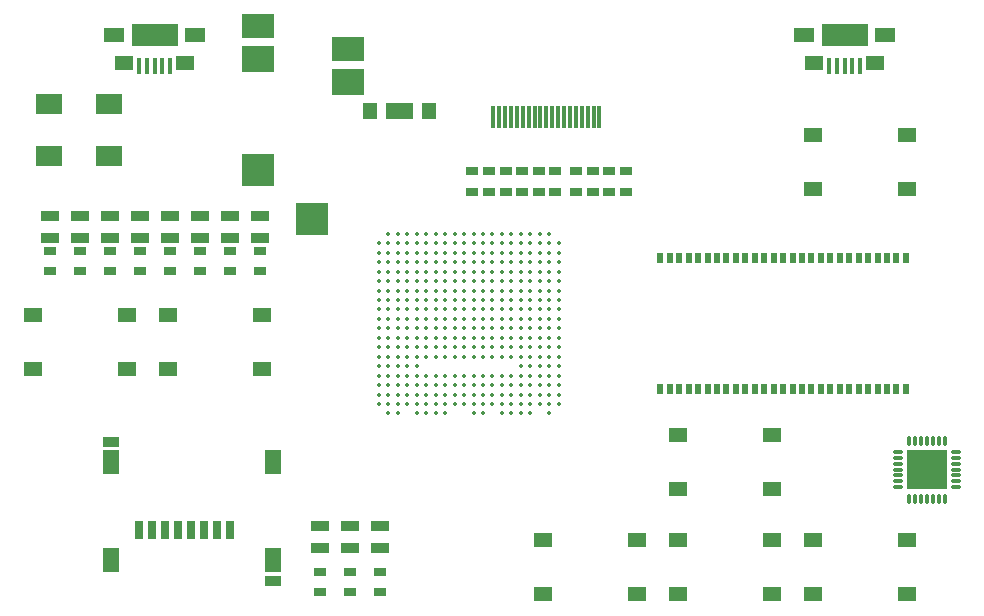
<source format=gtp>
G04 #@! TF.GenerationSoftware,KiCad,Pcbnew,5.0.0-rc2+dfsg1-2*
G04 #@! TF.CreationDate,2018-06-06T20:47:01+02:00*
G04 #@! TF.ProjectId,ulx3s,756C7833732E6B696361645F70636200,rev?*
G04 #@! TF.SameCoordinates,Original*
G04 #@! TF.FileFunction,Paste,Top*
G04 #@! TF.FilePolarity,Positive*
%FSLAX46Y46*%
G04 Gerber Fmt 4.6, Leading zero omitted, Abs format (unit mm)*
G04 Created by KiCad (PCBNEW 5.0.0-rc2+dfsg1-2) date Wed Jun  6 20:47:01 2018*
%MOMM*%
%LPD*%
G01*
G04 APERTURE LIST*
%ADD10R,1.700000X1.300000*%
%ADD11R,0.400000X1.350000*%
%ADD12R,4.000000X1.900000*%
%ADD13R,1.600000X1.200000*%
%ADD14O,0.850000X0.300000*%
%ADD15O,0.300000X0.850000*%
%ADD16R,1.675000X1.675000*%
%ADD17R,1.550000X1.300000*%
%ADD18C,0.350000*%
%ADD19R,2.800000X2.000000*%
%ADD20R,2.800000X2.200000*%
%ADD21R,2.800000X2.800000*%
%ADD22R,0.700000X1.500000*%
%ADD23R,1.450000X0.900000*%
%ADD24R,1.450000X2.000000*%
%ADD25R,2.200000X1.800000*%
%ADD26R,0.560000X0.900000*%
%ADD27R,1.000000X0.670000*%
%ADD28R,1.500000X0.970000*%
%ADD29R,0.300000X1.900000*%
%ADD30R,1.295000X1.400000*%
G04 APERTURE END LIST*
D10*
G04 #@! TO.C,US2*
X166900000Y-63325000D03*
X173700000Y-63325000D03*
D11*
X169000000Y-66000000D03*
X169650000Y-66000000D03*
X170300000Y-66000000D03*
X170950000Y-66000000D03*
X171600000Y-66000000D03*
D12*
X170300000Y-63325000D03*
D13*
X167700000Y-65725000D03*
X172900000Y-65725000D03*
G04 #@! TD*
D10*
G04 #@! TO.C,US1*
X108480000Y-63325000D03*
X115280000Y-63325000D03*
D11*
X110580000Y-66000000D03*
X111230000Y-66000000D03*
X111880000Y-66000000D03*
X112530000Y-66000000D03*
X113180000Y-66000000D03*
D12*
X111880000Y-63325000D03*
D13*
X109280000Y-65725000D03*
X114480000Y-65725000D03*
G04 #@! TD*
D14*
G04 #@! TO.C,U8*
X179735000Y-101655000D03*
X179735000Y-101155000D03*
X179735000Y-100655000D03*
X179735000Y-100155000D03*
X179735000Y-99655000D03*
X179735000Y-99155000D03*
X179735000Y-98655000D03*
D15*
X178785000Y-97705000D03*
X178285000Y-97705000D03*
X177785000Y-97705000D03*
X177285000Y-97705000D03*
X176785000Y-97705000D03*
X176285000Y-97705000D03*
X175785000Y-97705000D03*
D14*
X174835000Y-98655000D03*
X174835000Y-99155000D03*
X174835000Y-99655000D03*
X174835000Y-100155000D03*
X174835000Y-100655000D03*
X174835000Y-101155000D03*
X174835000Y-101655000D03*
D15*
X175785000Y-102605000D03*
X176285000Y-102605000D03*
X176785000Y-102605000D03*
X177285000Y-102605000D03*
X177785000Y-102605000D03*
X178285000Y-102605000D03*
X178785000Y-102605000D03*
D16*
X176447500Y-99317500D03*
X176447500Y-100992500D03*
X178122500Y-99317500D03*
X178122500Y-100992500D03*
G04 #@! TD*
D17*
G04 #@! TO.C,BTN0*
X175550000Y-71870000D03*
X175550000Y-76370000D03*
X167590000Y-76370000D03*
X167590000Y-71870000D03*
G04 #@! TD*
G04 #@! TO.C,BTN1*
X101550000Y-91610000D03*
X101550000Y-87110000D03*
X109510000Y-87110000D03*
X109510000Y-91610000D03*
G04 #@! TD*
G04 #@! TO.C,BTN2*
X112980000Y-91610000D03*
X112980000Y-87110000D03*
X120940000Y-87110000D03*
X120940000Y-91610000D03*
G04 #@! TD*
G04 #@! TO.C,BTN3*
X156160000Y-101770000D03*
X156160000Y-97270000D03*
X164120000Y-97270000D03*
X164120000Y-101770000D03*
G04 #@! TD*
G04 #@! TO.C,BTN4*
X164120000Y-106160000D03*
X164120000Y-110660000D03*
X156160000Y-110660000D03*
X156160000Y-106160000D03*
G04 #@! TD*
G04 #@! TO.C,BTN5*
X152690000Y-106160000D03*
X152690000Y-110660000D03*
X144730000Y-110660000D03*
X144730000Y-106160000D03*
G04 #@! TD*
G04 #@! TO.C,BTN6*
X175550000Y-106160000D03*
X175550000Y-110660000D03*
X167590000Y-110660000D03*
X167590000Y-106160000D03*
G04 #@! TD*
D18*
G04 #@! TO.C,U1*
X131680000Y-80200000D03*
X132480000Y-80200000D03*
X133280000Y-80200000D03*
X134080000Y-80200000D03*
X134880000Y-80200000D03*
X135680000Y-80200000D03*
X136480000Y-80200000D03*
X137280000Y-80200000D03*
X138080000Y-80200000D03*
X138880000Y-80200000D03*
X139680000Y-80200000D03*
X140480000Y-80200000D03*
X141280000Y-80200000D03*
X142080000Y-80200000D03*
X142880000Y-80200000D03*
X143680000Y-80200000D03*
X144480000Y-80200000D03*
X145280000Y-80200000D03*
X130880000Y-81000000D03*
X131680000Y-81000000D03*
X132480000Y-81000000D03*
X133280000Y-81000000D03*
X134080000Y-81000000D03*
X134880000Y-81000000D03*
X135680000Y-81000000D03*
X136480000Y-81000000D03*
X137280000Y-81000000D03*
X138080000Y-81000000D03*
X138880000Y-81000000D03*
X139680000Y-81000000D03*
X140480000Y-81000000D03*
X141280000Y-81000000D03*
X142080000Y-81000000D03*
X142880000Y-81000000D03*
X143680000Y-81000000D03*
X144480000Y-81000000D03*
X145280000Y-81000000D03*
X146080000Y-81000000D03*
X130880000Y-81800000D03*
X131680000Y-81800000D03*
X132480000Y-81800000D03*
X133280000Y-81800000D03*
X134080000Y-81800000D03*
X134880000Y-81800000D03*
X135680000Y-81800000D03*
X136480000Y-81800000D03*
X137280000Y-81800000D03*
X138080000Y-81800000D03*
X138880000Y-81800000D03*
X139680000Y-81800000D03*
X140480000Y-81800000D03*
X141280000Y-81800000D03*
X142080000Y-81800000D03*
X142880000Y-81800000D03*
X143680000Y-81800000D03*
X144480000Y-81800000D03*
X145280000Y-81800000D03*
X146080000Y-81800000D03*
X130880000Y-82600000D03*
X131680000Y-82600000D03*
X132480000Y-82600000D03*
X133280000Y-82600000D03*
X134080000Y-82600000D03*
X134880000Y-82600000D03*
X135680000Y-82600000D03*
X136480000Y-82600000D03*
X137280000Y-82600000D03*
X138080000Y-82600000D03*
X138880000Y-82600000D03*
X139680000Y-82600000D03*
X140480000Y-82600000D03*
X141280000Y-82600000D03*
X142080000Y-82600000D03*
X142880000Y-82600000D03*
X143680000Y-82600000D03*
X144480000Y-82600000D03*
X145280000Y-82600000D03*
X146080000Y-82600000D03*
X130880000Y-83400000D03*
X131680000Y-83400000D03*
X132480000Y-83400000D03*
X133280000Y-83400000D03*
X134080000Y-83400000D03*
X134880000Y-83400000D03*
X135680000Y-83400000D03*
X136480000Y-83400000D03*
X137280000Y-83400000D03*
X138080000Y-83400000D03*
X138880000Y-83400000D03*
X139680000Y-83400000D03*
X140480000Y-83400000D03*
X141280000Y-83400000D03*
X142080000Y-83400000D03*
X142880000Y-83400000D03*
X143680000Y-83400000D03*
X144480000Y-83400000D03*
X145280000Y-83400000D03*
X146080000Y-83400000D03*
X130880000Y-84200000D03*
X131680000Y-84200000D03*
X132480000Y-84200000D03*
X133280000Y-84200000D03*
X134080000Y-84200000D03*
X134880000Y-84200000D03*
X135680000Y-84200000D03*
X136480000Y-84200000D03*
X137280000Y-84200000D03*
X138080000Y-84200000D03*
X138880000Y-84200000D03*
X139680000Y-84200000D03*
X140480000Y-84200000D03*
X141280000Y-84200000D03*
X142080000Y-84200000D03*
X142880000Y-84200000D03*
X143680000Y-84200000D03*
X144480000Y-84200000D03*
X145280000Y-84200000D03*
X146080000Y-84200000D03*
X130880000Y-85000000D03*
X131680000Y-85000000D03*
X132480000Y-85000000D03*
X133280000Y-85000000D03*
X134080000Y-85000000D03*
X134880000Y-85000000D03*
X135680000Y-85000000D03*
X136480000Y-85000000D03*
X137280000Y-85000000D03*
X138080000Y-85000000D03*
X138880000Y-85000000D03*
X139680000Y-85000000D03*
X140480000Y-85000000D03*
X141280000Y-85000000D03*
X142080000Y-85000000D03*
X142880000Y-85000000D03*
X143680000Y-85000000D03*
X144480000Y-85000000D03*
X145280000Y-85000000D03*
X146080000Y-85000000D03*
X130880000Y-85800000D03*
X131680000Y-85800000D03*
X132480000Y-85800000D03*
X133280000Y-85800000D03*
X134080000Y-85800000D03*
X134880000Y-85800000D03*
X135680000Y-85800000D03*
X136480000Y-85800000D03*
X137280000Y-85800000D03*
X138080000Y-85800000D03*
X138880000Y-85800000D03*
X139680000Y-85800000D03*
X140480000Y-85800000D03*
X141280000Y-85800000D03*
X142080000Y-85800000D03*
X142880000Y-85800000D03*
X143680000Y-85800000D03*
X144480000Y-85800000D03*
X145280000Y-85800000D03*
X146080000Y-85800000D03*
X130880000Y-86600000D03*
X131680000Y-86600000D03*
X132480000Y-86600000D03*
X133280000Y-86600000D03*
X134080000Y-86600000D03*
X134880000Y-86600000D03*
X135680000Y-86600000D03*
X136480000Y-86600000D03*
X137280000Y-86600000D03*
X138080000Y-86600000D03*
X138880000Y-86600000D03*
X139680000Y-86600000D03*
X140480000Y-86600000D03*
X141280000Y-86600000D03*
X142080000Y-86600000D03*
X142880000Y-86600000D03*
X143680000Y-86600000D03*
X144480000Y-86600000D03*
X145280000Y-86600000D03*
X146080000Y-86600000D03*
X130880000Y-87400000D03*
X131680000Y-87400000D03*
X132480000Y-87400000D03*
X133280000Y-87400000D03*
X134080000Y-87400000D03*
X134880000Y-87400000D03*
X135680000Y-87400000D03*
X136480000Y-87400000D03*
X137280000Y-87400000D03*
X138080000Y-87400000D03*
X138880000Y-87400000D03*
X139680000Y-87400000D03*
X140480000Y-87400000D03*
X141280000Y-87400000D03*
X142080000Y-87400000D03*
X142880000Y-87400000D03*
X143680000Y-87400000D03*
X144480000Y-87400000D03*
X145280000Y-87400000D03*
X146080000Y-87400000D03*
X130880000Y-88200000D03*
X131680000Y-88200000D03*
X132480000Y-88200000D03*
X133280000Y-88200000D03*
X134080000Y-88200000D03*
X134880000Y-88200000D03*
X135680000Y-88200000D03*
X136480000Y-88200000D03*
X137280000Y-88200000D03*
X138080000Y-88200000D03*
X138880000Y-88200000D03*
X139680000Y-88200000D03*
X140480000Y-88200000D03*
X141280000Y-88200000D03*
X142080000Y-88200000D03*
X142880000Y-88200000D03*
X143680000Y-88200000D03*
X144480000Y-88200000D03*
X145280000Y-88200000D03*
X146080000Y-88200000D03*
X130880000Y-89000000D03*
X131680000Y-89000000D03*
X132480000Y-89000000D03*
X133280000Y-89000000D03*
X134080000Y-89000000D03*
X134880000Y-89000000D03*
X135680000Y-89000000D03*
X136480000Y-89000000D03*
X137280000Y-89000000D03*
X138080000Y-89000000D03*
X138880000Y-89000000D03*
X139680000Y-89000000D03*
X140480000Y-89000000D03*
X141280000Y-89000000D03*
X142080000Y-89000000D03*
X142880000Y-89000000D03*
X143680000Y-89000000D03*
X144480000Y-89000000D03*
X145280000Y-89000000D03*
X146080000Y-89000000D03*
X130880000Y-89800000D03*
X131680000Y-89800000D03*
X132480000Y-89800000D03*
X133280000Y-89800000D03*
X134080000Y-89800000D03*
X134880000Y-89800000D03*
X135680000Y-89800000D03*
X136480000Y-89800000D03*
X137280000Y-89800000D03*
X138080000Y-89800000D03*
X138880000Y-89800000D03*
X139680000Y-89800000D03*
X140480000Y-89800000D03*
X141280000Y-89800000D03*
X142080000Y-89800000D03*
X142880000Y-89800000D03*
X143680000Y-89800000D03*
X144480000Y-89800000D03*
X145280000Y-89800000D03*
X146080000Y-89800000D03*
X130880000Y-90600000D03*
X131680000Y-90600000D03*
X132480000Y-90600000D03*
X133280000Y-90600000D03*
X134080000Y-90600000D03*
X134880000Y-90600000D03*
X135680000Y-90600000D03*
X136480000Y-90600000D03*
X137280000Y-90600000D03*
X138080000Y-90600000D03*
X138880000Y-90600000D03*
X139680000Y-90600000D03*
X140480000Y-90600000D03*
X141280000Y-90600000D03*
X142080000Y-90600000D03*
X142880000Y-90600000D03*
X143680000Y-90600000D03*
X144480000Y-90600000D03*
X145280000Y-90600000D03*
X146080000Y-90600000D03*
X130880000Y-91400000D03*
X131680000Y-91400000D03*
X132480000Y-91400000D03*
X133280000Y-91400000D03*
X134080000Y-91400000D03*
X142880000Y-91400000D03*
X143680000Y-91400000D03*
X144480000Y-91400000D03*
X145280000Y-91400000D03*
X146080000Y-91400000D03*
X130880000Y-92200000D03*
X131680000Y-92200000D03*
X132480000Y-92200000D03*
X133280000Y-92200000D03*
X134080000Y-92200000D03*
X134880000Y-92200000D03*
X135680000Y-92200000D03*
X136480000Y-92200000D03*
X137280000Y-92200000D03*
X138080000Y-92200000D03*
X138880000Y-92200000D03*
X139680000Y-92200000D03*
X140480000Y-92200000D03*
X141280000Y-92200000D03*
X142080000Y-92200000D03*
X142880000Y-92200000D03*
X143680000Y-92200000D03*
X144480000Y-92200000D03*
X145280000Y-92200000D03*
X146080000Y-92200000D03*
X130880000Y-93000000D03*
X131680000Y-93000000D03*
X132480000Y-93000000D03*
X133280000Y-93000000D03*
X134080000Y-93000000D03*
X134880000Y-93000000D03*
X135680000Y-93000000D03*
X136480000Y-93000000D03*
X137280000Y-93000000D03*
X138080000Y-93000000D03*
X138880000Y-93000000D03*
X139680000Y-93000000D03*
X140480000Y-93000000D03*
X141280000Y-93000000D03*
X142080000Y-93000000D03*
X142880000Y-93000000D03*
X143680000Y-93000000D03*
X144480000Y-93000000D03*
X145280000Y-93000000D03*
X146080000Y-93000000D03*
X130880000Y-93800000D03*
X131680000Y-93800000D03*
X132480000Y-93800000D03*
X133280000Y-93800000D03*
X134080000Y-93800000D03*
X134880000Y-93800000D03*
X135680000Y-93800000D03*
X136480000Y-93800000D03*
X137280000Y-93800000D03*
X138080000Y-93800000D03*
X138880000Y-93800000D03*
X139680000Y-93800000D03*
X140480000Y-93800000D03*
X141280000Y-93800000D03*
X142080000Y-93800000D03*
X142880000Y-93800000D03*
X143680000Y-93800000D03*
X144480000Y-93800000D03*
X145280000Y-93800000D03*
X146080000Y-93800000D03*
X130880000Y-94600000D03*
X131680000Y-94600000D03*
X132480000Y-94600000D03*
X133280000Y-94600000D03*
X134080000Y-94600000D03*
X134880000Y-94600000D03*
X135680000Y-94600000D03*
X136480000Y-94600000D03*
X137280000Y-94600000D03*
X138080000Y-94600000D03*
X138880000Y-94600000D03*
X139680000Y-94600000D03*
X140480000Y-94600000D03*
X141280000Y-94600000D03*
X142080000Y-94600000D03*
X142880000Y-94600000D03*
X143680000Y-94600000D03*
X144480000Y-94600000D03*
X145280000Y-94600000D03*
X146080000Y-94600000D03*
X131680000Y-95400000D03*
X132480000Y-95400000D03*
X134080000Y-95400000D03*
X134880000Y-95400000D03*
X135680000Y-95400000D03*
X136480000Y-95400000D03*
X138880000Y-95400000D03*
X139680000Y-95400000D03*
X141280000Y-95400000D03*
X142080000Y-95400000D03*
X142880000Y-95400000D03*
X143680000Y-95400000D03*
X145280000Y-95400000D03*
G04 #@! TD*
D19*
G04 #@! TO.C,AUDIO1*
X120668000Y-62618000D03*
D20*
X120668000Y-65418000D03*
D21*
X120668000Y-74818000D03*
X125218000Y-78918000D03*
D20*
X128268000Y-67318000D03*
D19*
X128268000Y-64518000D03*
G04 #@! TD*
D22*
G04 #@! TO.C,SD1*
X118250000Y-105250000D03*
X117150000Y-105250000D03*
X116050000Y-105250000D03*
X114950000Y-105250000D03*
X113850000Y-105250000D03*
X112750000Y-105250000D03*
X111650000Y-105250000D03*
X110550000Y-105250000D03*
D23*
X121925000Y-109550000D03*
X108175000Y-97850000D03*
D24*
X108175000Y-107850000D03*
X121925000Y-107850000D03*
X121925000Y-99550000D03*
X108175000Y-99550000D03*
G04 #@! TD*
D25*
G04 #@! TO.C,Y1*
X108040000Y-69220000D03*
X102960000Y-69220000D03*
X102960000Y-73620000D03*
X108040000Y-73620000D03*
G04 #@! TD*
D26*
G04 #@! TO.C,U2*
X175493000Y-82270000D03*
X154693000Y-93330000D03*
X155493000Y-93330000D03*
X156293000Y-93330000D03*
X157093000Y-93330000D03*
X157893000Y-93330000D03*
X158693000Y-93330000D03*
X159493000Y-93330000D03*
X160293000Y-93330000D03*
X161093000Y-93330000D03*
X161893000Y-93330000D03*
X162693000Y-93330000D03*
X163493000Y-93330000D03*
X164293000Y-93330000D03*
X165093000Y-93330000D03*
X165893000Y-93330000D03*
X166693000Y-93330000D03*
X167493000Y-93330000D03*
X168293000Y-93330000D03*
X169093000Y-93330000D03*
X169893000Y-93330000D03*
X170693000Y-93330000D03*
X171493000Y-93330000D03*
X172293000Y-93330000D03*
X173093000Y-93330000D03*
X173893000Y-93330000D03*
X174693000Y-93330000D03*
X175493000Y-93330000D03*
X174693000Y-82270000D03*
X173893000Y-82270000D03*
X173093000Y-82270000D03*
X172293000Y-82270000D03*
X171493000Y-82270000D03*
X170693000Y-82270000D03*
X169893000Y-82270000D03*
X169093000Y-82270000D03*
X168293000Y-82270000D03*
X167493000Y-82270000D03*
X166693000Y-82270000D03*
X165893000Y-82270000D03*
X165093000Y-82270000D03*
X164293000Y-82270000D03*
X163493000Y-82270000D03*
X162693000Y-82270000D03*
X161893000Y-82270000D03*
X161093000Y-82270000D03*
X160293000Y-82270000D03*
X159493000Y-82270000D03*
X158693000Y-82270000D03*
X157893000Y-82270000D03*
X157093000Y-82270000D03*
X156293000Y-82270000D03*
X155493000Y-82270000D03*
X154693000Y-82270000D03*
G04 #@! TD*
D27*
G04 #@! TO.C,C36*
X150361000Y-76646000D03*
X150361000Y-74896000D03*
G04 #@! TD*
G04 #@! TO.C,C37*
X151758000Y-74896000D03*
X151758000Y-76646000D03*
G04 #@! TD*
G04 #@! TO.C,C38*
X140201000Y-74896000D03*
X140201000Y-76646000D03*
G04 #@! TD*
G04 #@! TO.C,C39*
X142995000Y-76646000D03*
X142995000Y-74896000D03*
G04 #@! TD*
G04 #@! TO.C,C40*
X145789000Y-76646000D03*
X145789000Y-74896000D03*
G04 #@! TD*
G04 #@! TO.C,C41*
X148964000Y-74896000D03*
X148964000Y-76646000D03*
G04 #@! TD*
G04 #@! TO.C,C42*
X138742800Y-76638600D03*
X138742800Y-74888600D03*
G04 #@! TD*
G04 #@! TO.C,C43*
X141598000Y-74896000D03*
X141598000Y-76646000D03*
G04 #@! TD*
G04 #@! TO.C,C44*
X144392000Y-74896000D03*
X144392000Y-76646000D03*
G04 #@! TD*
G04 #@! TO.C,C45*
X147567000Y-76634000D03*
X147567000Y-74884000D03*
G04 #@! TD*
D28*
G04 #@! TO.C,D19*
X130930000Y-106825000D03*
X130930000Y-104915000D03*
G04 #@! TD*
G04 #@! TO.C,D0*
X120770000Y-78644000D03*
X120770000Y-80554000D03*
G04 #@! TD*
G04 #@! TO.C,D1*
X118230000Y-80554000D03*
X118230000Y-78644000D03*
G04 #@! TD*
G04 #@! TO.C,D2*
X115690000Y-78644000D03*
X115690000Y-80554000D03*
G04 #@! TD*
G04 #@! TO.C,D3*
X113150000Y-78644000D03*
X113150000Y-80554000D03*
G04 #@! TD*
G04 #@! TO.C,D4*
X110610000Y-80554000D03*
X110610000Y-78644000D03*
G04 #@! TD*
G04 #@! TO.C,D5*
X108070000Y-80554000D03*
X108070000Y-78644000D03*
G04 #@! TD*
G04 #@! TO.C,D6*
X105545000Y-78644000D03*
X105545000Y-80554000D03*
G04 #@! TD*
G04 #@! TO.C,D7*
X102990000Y-80554000D03*
X102990000Y-78644000D03*
G04 #@! TD*
G04 #@! TO.C,D18*
X128390000Y-106825000D03*
X128390000Y-104915000D03*
G04 #@! TD*
G04 #@! TO.C,D22*
X125850000Y-104915000D03*
X125850000Y-106825000D03*
G04 #@! TD*
D29*
G04 #@! TO.C,GPDI1*
X149546000Y-70312000D03*
X149046000Y-70312000D03*
X148546000Y-70312000D03*
X148046000Y-70312000D03*
X147546000Y-70312000D03*
X147046000Y-70312000D03*
X146546000Y-70312000D03*
X146046000Y-70312000D03*
X145546000Y-70312000D03*
X145046000Y-70312000D03*
X144546000Y-70312000D03*
X144046000Y-70312000D03*
X143546000Y-70312000D03*
X143046000Y-70312000D03*
X142546000Y-70312000D03*
X142046000Y-70312000D03*
X141546000Y-70312000D03*
X141046000Y-70312000D03*
X140546000Y-70312000D03*
G04 #@! TD*
D27*
G04 #@! TO.C,R41*
X120770000Y-83377000D03*
X120770000Y-81627000D03*
G04 #@! TD*
G04 #@! TO.C,R42*
X118230000Y-81627000D03*
X118230000Y-83377000D03*
G04 #@! TD*
G04 #@! TO.C,R43*
X115690000Y-83377000D03*
X115690000Y-81627000D03*
G04 #@! TD*
G04 #@! TO.C,R44*
X113150000Y-81627000D03*
X113150000Y-83377000D03*
G04 #@! TD*
G04 #@! TO.C,R45*
X110610000Y-81627000D03*
X110610000Y-83377000D03*
G04 #@! TD*
G04 #@! TO.C,R46*
X108070000Y-83377000D03*
X108070000Y-81627000D03*
G04 #@! TD*
G04 #@! TO.C,R47*
X105530000Y-81627000D03*
X105530000Y-83377000D03*
G04 #@! TD*
G04 #@! TO.C,R48*
X102990000Y-83377000D03*
X102990000Y-81627000D03*
G04 #@! TD*
G04 #@! TO.C,R36*
X128390000Y-110555000D03*
X128390000Y-108805000D03*
G04 #@! TD*
G04 #@! TO.C,R37*
X130930000Y-110555000D03*
X130930000Y-108805000D03*
G04 #@! TD*
G04 #@! TO.C,R62*
X125850000Y-108805000D03*
X125850000Y-110555000D03*
G04 #@! TD*
D30*
G04 #@! TO.C,RV2*
X132053501Y-69814500D03*
X130118501Y-69814500D03*
G04 #@! TD*
G04 #@! TO.C,RV3*
X133152500Y-69814500D03*
X135087500Y-69814500D03*
G04 #@! TD*
M02*

</source>
